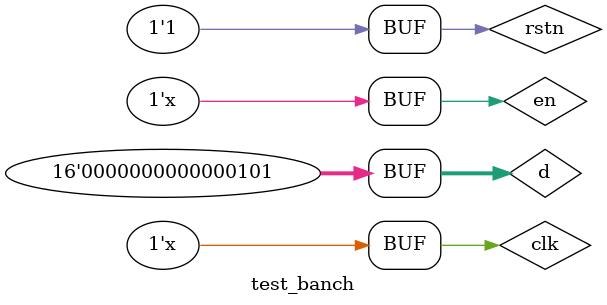
<source format=v>
`timescale 1ns / 1ps


module test_banch();
reg clk,rstn,en;
reg [15:0] d;  
wire [15:0] m; 
MAV mav(.clk(clk),.rstn(rstn),.en(en),.d(d),.m(m));
initial begin
    d = 16'hffff;
    clk = 0;
    en = 0;
    rstn = 0;
end
always #1 clk = ~clk;
always #640000 en = ~en;

initial
begin
    #5 rstn = 1;
    #2000 d = 16'b0000_0000_0000_0010;
   #630000 d = 16'b0000_0000_0000_0010;
    #630000 d = 16'b0000_0000_0000_0011;
    #630000 d = 16'b0000_0000_0000_0011;
    #630000 d = 16'b0000_0000_0000_0101;
    #630000 d = 16'b0000_0000_0000_0010;
    #630000 d = 16'b000_0000_0000_0001;
    #630000 d = 16'b0000_0000_0000_0100;
    #630000 d = 16'b0000_0000_0000_0100;
    #630000 d = 16'b0000_0000_0000_0101;
    #630000 d = 16'b0000_0000_0000_0010;
    #630000 d = 16'b0000_0000_0000_0010;
    #630000 d = 16'b0000_0000_0000_0011;
    #630000 d = 16'b0000_0000_0000_0011;
    #630000 d = 16'b0000_0000_0000_0101;
    #630000 d = 16'b0000_0000_0000_0010;
    #630000 d = 16'b000_0000_0000_0001;
    #630000 d = 16'b0000_0000_0000_0100;
    #630000 d = 16'b0000_0000_0000_0100;
    #630000 d = 16'b0000_0000_0000_0101;
        #630000 d = 16'b0000_0000_0000_0100;
    #630000 d = 16'b0000_0000_0000_0100;
    #630000 d = 16'b0000_0000_0000_0101;
    #630000 d = 16'b0000_0000_0000_0010;
    #630000 d = 16'b0000_0000_0000_0010;
    #630000 d = 16'b0000_0000_0000_0011;
    #630000 d = 16'b0000_0000_0000_0011;
    #630000 d = 16'b0000_0000_0000_0101;
    #630000 d = 16'b0000_0000_0000_0010;
    #630000 d = 16'b000_0000_0000_0001;
    #630000 d = 16'b0000_0000_0000_0100;
    #630000 d = 16'b0000_0000_0000_0100;
    #630000 d = 16'b0000_0000_0000_0101;
end


endmodule

</source>
